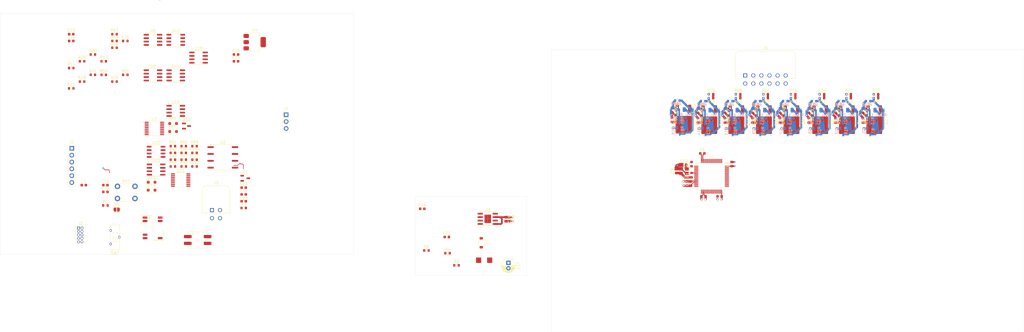
<source format=kicad_pcb>
(kicad_pcb (version 20241229) (generator "pcbnew") (generator_version "9.0")
  (layers (0 "F.Cu" signal) (4 "In1.Cu" signal) (6 "In2.Cu" signal) (2 "B.Cu" signal) (13 "F.Paste" user) (15 "B.Paste" user) (5 "F.SilkS" user "F.Silkscreen") (7 "B.SilkS" user "B.Silkscreen") (1 "F.Mask" user) (3 "B.Mask" user) (25 "Edge.Cuts" user))
  (net 0 "")
  (net 1 "GND")
  (net 2 "NRST")
  (net 3 "3V3")
  (net 4 "OSC_IN")
  (net 5 "Net-(C9-Pad1)")
  (net 6 "VCAP_2")
  (net 7 "VCAP_1")
  (net 8 "GND_CAN1")
  (net 9 "Net-(U2-VCC2)")
  (net 10 "3v3")
  (net 11 "Net-(D2-K)")
  (net 12 "Net-(U3-BOOT)")
  (net 13 "5V0")
  (net 14 "24V0")
  (net 15 "Net-(U3-FB)")
  (net 16 "5V")
  (net 17 "U_BAT_0")
  (net 18 "5V_ADC")
  (net 19 "CAN0+")
  (net 20 "CAN0-")
  (net 21 "Net-(D6-K)")
  (net 22 "Net-(D6-A)")
  (net 23 "Net-(D7-K)")
  (net 24 "Net-(D13-A)")
  (net 25 "Net-(D13-K)")
  (net 26 "Net-(D14-K)")
  (net 27 "DEBUG_SWD_IO")
  (net 28 "DEBUG_SWD_SWO")
  (net 29 "DEBUG_SWD_CLK")
  (net 30 "Net-(J2-Pin_1)")
  (net 31 "Net-(Q12-S)")
  (net 32 "SPI1_MISO")
  (net 33 "OSC_OUT")
  (net 34 "Net-(SW2-B)")
  (net 36 "Net-(U3-PG)")
  (net 37 "Net-(Q1-E)")
  (net 38 "Net-(Q1-B)")
  (net 39 "U_BAT_8")
  (net 40 "MPL_TEMP_0_3V3")
  (net 41 "Net-(J4-Pin_1)")
  (net 43 "MPL_VOLT_0_3V3")
  (net 45 "Net-(Q1-C)")
  (net 46 "Net-(Q2-S)")
  (net 47 "Net-(Q3-B)")
  (net 48 "U_BAT_7")
  (net 50 "Net-(U5-K)")
  (net 51 "MPL_VOLT_1_3V3")
  (net 52 "Net-(Q3-C)")
  (net 53 "MPL_VOLT_2_3V3")
  (net 54 "Net-(U5-REF)")
  (net 55 "Net-(Q4-S)")
  (net 56 "Net-(Q5-B)")
  (net 57 "U_BAT_6")
  (net 58 "Net-(U10-K)")
  (net 59 "Net-(U10-REF)")
  (net 60 "Net-(Q5-C)")
  (net 61 "U_MEASURE")
  (net 62 "Net-(Q6-S)")
  (net 63 "Net-(Q7-B)")
  (net 64 "U_BAT_5")
  (net 65 "Net-(U13-K)")
  (net 66 "Net-(U13-REF)")
  (net 67 "Net-(Q7-C)")
  (net 68 "Net-(Q8-S)")
  (net 69 "Net-(Q9-B)")
  (net 70 "SPI1_CS_2")
  (net 71 "Net-(U14-C1)")
  (net 72 "U_BAT_4")
  (net 73 "Net-(U14-C2)")
  (net 74 "SPI1_CS_1")
  (net 75 "Net-(U15-K)")
  (net 76 "Net-(U15-REF)")
  (net 77 "Net-(Q10-G)")
  (net 78 "Net-(Q10-S)")
  (net 79 "Net-(Q11-B)")
  (net 80 "Net-(U16-EN)")
  (net 81 "U_BAT_3")
  (net 82 "Net-(U17-K)")
  (net 83 "Net-(U17-REF)")
  (net 84 "SPI1_MISO_ADC")
  (net 85 "Net-(U16-C)")
  (net 86 "Net-(Q11-C)")
  (net 87 "Net-(Q13-S)")
  (net 88 "Net-(Q14-B)")
  (net 89 "U_BAT_2")
  (net 90 "Net-(U18-EN)")
  (net 91 "Net-(U19-K)")
  (net 92 "Net-(U19-REF)")
  (net 93 "Net-(Q14-C)")
  (net 94 "Net-(U18-C)")
  (net 95 "SPI1_SCK")
  (net 96 "U_BAT_1")
  (net 97 "Net-(Q16-B)")
  (net 98 "Net-(U20-K)")
  (net 99 "Net-(U20-REF)")
  (net 100 "Net-(Q16-C)")
  (net 101 "T_MEASURE")
  (net 102 "TERMO_0_IN")
  (net 103 "TERMO_1_IN")
  (net 104 "TERMO_2_IN")
  (net 105 "Net-(U23-C1)")
  (net 106 "MPL_TEMP_1_3V3")
  (net 107 "TERMO_3_IN")
  (net 108 "Net-(U23-C2)")
  (net 109 "MPL_TEMP_2_3V3")
  (net 110 "TERMO_4_IN")
  (net 111 "TERMO_5_IN")
  (net 112 "TERMO_6_IN")
  (net 113 "TERMO_7_IN")
  (net 122 "CAN1_STM32_RX")
  (net 150 "CAN1_STM32_TX")
  (net 151 "SPI1_MOSI")
  (net 155 "CAN0_ISO-")
  (net 156 "CAN0_ISO+")
  (net 157 "MPL_VOLT_0_5V")
  (net 158 "MPL_TEMP_0_5V")
  (net 159 "MPL_VOLT_1_5V")
  (net 160 "MPL_VOLT_2_5V")
  (net 161 "SPI1_CS_1_ADC")
  (net 162 "SPI1_SCK_ADC")
  (net 163 "SPI1_CS_2_ADC")
  (net 166 "TERMO_3_OUT")
  (net 167 "MPL_TEMP_2_5V")
  (net 168 "TERMO_1_OUT")
  (net 169 "TERMO_4_OUT")
  (net 170 "TERMO_2_OUT")
  (net 171 "MPL_TEMP_1_5V")
  (net 172 "TERMO_0_OUT")
  (net 173 "TERMO_7_OUT")
  (net 174 "TERMO_6_OUT")
  (net 175 "TERMO_5_OUT")
  (net 176 "Net-(U6-C1)")
  (net 177 "Net-(U6-C2)")
  (net 178 "Net-(U8-K)")
  (net 179 "Net-(U8-REF)")
  (net 182 "Net-(U9-C1)")
  (net 183 "Net-(U9-C2)")
  (net 184 "Net-(Q2-D)")
  (net 185 "Net-(Q4-D)")
  (net 186 "Net-(Q6-D)")
  (net 187 "Net-(Q8-D)")
  (net 188 "Net-(Q10-D)")
  (net 189 "Net-(Q13-D)")
  (net 190 "Net-(Q15-D)")
  (net 191 "Net-(Q17-D)")
  (footprint "Resistor_SMD:R_0603_1608Metric" (layer "F.Cu") (at -64.642 88.217)
    (property "Reference" "R99")
    (property "Value" "R")
  )
  (footprint "Crystal:Crystal_SMD_SeikoEpson_TSX3225-4Pin_3.2x2.5mm" (layer "F.Cu") (at 116.724 97.503 180)
    (property "Reference" "Y1")
    (property "Value" "Crystal")
  )
  (footprint "Capacitor_SMD:C_0603_1608Metric" (layer "F.Cu") (at 52.119 115.303 -90)
    (property "Reference" "C18")
    (property "Value" "10u")
  )
  (footprint "Package_SO:SOIC-8_3.9x4.9mm_P1.27mm" (layer "F.Cu") (at -71.602 75.147)
    (property "Reference" "U16")
    (property "Value" "HCPL-0600")
  )
  (footprint "Resistor_SMD:R_0603_1608Metric" (layer "F.Cu") (at -72.662 90.727)
    (property "Reference" "R92")
    (property "Value" "R")
  )
  (footprint "Resistor_SMD:R_0603_1608Metric" (layer "F.Cu") (at 157.2315 68.973)
    (property "Reference" "R45")
    (property "Value" "1m")
  )
  (footprint "Package_TO_SOT_SMD:SOT-23" (layer "F.Cu") (at -67.622 80.772)
    (property "Reference" "Q12")
    (property "Value" "BSS138")
  )
  (footprint "Resistor_SMD:R_0603_1608Metric" (layer "F.Cu") (at 172.9135 75.004 -90)
    (property "Reference" "R27")
    (property "Value" "10k")
  )
  (footprint "Resistor_SMD:R_0603_1608Metric" (layer "F.Cu") (at -72.662 95.747)
    (property "Reference" "R94")
    (property "Value" "R")
  )
  (footprint "Package_TO_SOT_SMD:TO-252-2" (layer "F.Cu") (at 167.2505 79.219 -90)
    (property "Reference" "Q6")
    (property "Value" "NMOS")
  )
  (footprint "Resistor_SMD:R_0603_1608Metric" (layer "F.Cu") (at 126.78 70.433 180)
    (property "Reference" "R75")
    (property "Value" "1m")
  )
  (footprint "Package_QFP:LQFP-64_10x10mm_P0.5mm" (layer "F.Cu") (at 126.984 99.4)
    (property "Reference" "U1")
    (property "Value" "STM32F405RGTx")
  )
  (footprint "Capacitor_SMD:C_0603_1608Metric" (layer "F.Cu") (at -46.422 108.627)
    (property "Reference" "C15")
    (property "Value" "100n")
  )
  (footprint "Resistor_SMD:R_0603_1608Metric" (layer "F.Cu") (at -46.422 111.137)
    (property "Reference" "R3")
    (property "Value" "120")
  )
  (footprint "Resistor_SMD:R_0603_1608Metric" (layer "F.Cu") (at 167.893 68.973)
    (property "Reference" "R34")
    (property "Value" "1m")
  )
  (footprint "Resistor_SMD:R_0603_1608Metric" (layer "F.Cu") (at -98.312 56.767)
    (property "Reference" "R52")
    (property "Value" "500")
  )
  (footprint "Resistor_SMD:R_0603_1608Metric" (layer "F.Cu") (at 121.9075 75.004 -90)
    (property "Reference" "R83")
    (property "Value" "10k")
  )
  (footprint "Package_SO:SOIC-8_3.9x4.9mm_P1.27mm" (layer "F.Cu") (at -78.892 96.897)
    (property "Reference" "U23")
    (property "Value" "HCPL-0630")
  )
  (footprint "Resistor_SMD:R_0603_1608Metric" (layer "F.Cu") (at -68.652 88.217)
    (property "Reference" "R95")
    (property "Value" "R")
  )
  (footprint "Connector_PinHeader_1.27mm:PinHeader_2x05_P1.27mm_Vertical" (layer "F.Cu") (at -107.634 118.592)
    (property "Reference" "J2")
    (property "Value" "BH1,27-10-G")
  )
  (footprint "Package_TO_SOT_SMD:TO-252-2" (layer "F.Cu") (at 187.2835 79.219 -90)
    (property "Reference" "Q2")
    (property "Value" "NMOS")
  )
  (footprint "Resistor_SMD:R_0603_1608Metric" (layer "F.Cu") (at -72.662 88.217)
    (property "Reference" "R91")
    (property "Value" "R")
  )
  (footprint "Resistor_SMD:R_0603_1608Metric" (layer "F.Cu") (at -97.672 110.197)
    (property "Reference" "R2")
    (property "Value" "10k")
  )
  (footprint "Package_SO:SOIC-8_3.9x4.9mm_P1.27mm" (layer "F.Cu") (at -71.602 61.987)
    (property "Reference" "U14")
    (property "Value" "HCPL-0630")
  )
  (footprint "Capacitor_SMD:C_0603_1608Metric" (layer "F.Cu") (at 123.552 90.908)
    (property "Reference" "C6")
    (property "Value" "100n")
  )
  (footprint "Resistor_SMD:R_0603_1608Metric" (layer "F.Cu") (at 142.106 78.698 -90)
    (property "Reference" "R56")
    (property "Value" "220k")
  )
  (footprint "Resistor_SMD:R_0603_1608Metric" (layer "F.Cu") (at 112.291 78.486875 -90)
    (property "Reference" "R88")
    (property "Value" "220k")
  )
  (footprint "Capacitor_SMD:C_0603_1608Metric" (layer "F.Cu") (at -105.692 102.667)
    (property "Reference" "C1")
    (property "Value" "100n")
  )
  (footprint "Resistor_SMD:R_0603_1608Metric" (layer "F.Cu") (at -110.342 66.807)
    (property "Reference" "R15")
    (property "Value" "500")
  )
  (footprint "Connector_Molex:Molex_Micro-Fit_3.0_43045-1200_2x06_P3.00mm_Horizontal" (layer "F.Cu") (at 139.449 62.022)
    (property "Reference" "J5")
    (property "Value" "430451200")
  )
  (footprint "Resistor_SMD:R_0603_1608Metric" (layer "F.Cu") (at 147.041 70.433 180)
    (property "Reference" "R51")
    (property "Value" "3m")
  )
  (footprint "Package_SO:SOIC-8_3.9x4.9mm_P1.27mm" (layer "F.Cu") (at -63.152 55.407)
    (property "Reference" "U18")
    (property "Value" "HCPL-0600")
  )
  (footprint "Capacitor_SMD:C_0603_1608Metric" (layer "F.Cu") (at -49.272 56.767)
    (property "Reference" "C21")
    (property "Value" "1u")
  )
  (footprint "Resistor_SMD:R_0603_1608Metric" (layer "F.Cu") (at -64.642 93.237)
    (property "Reference" "R101")
    (property "Value" "R")
  )
  (footprint "Package_TO_SOT_SMD:TO-252-2" (layer "F.Cu") (at 136.183 79.219 -90)
    (property "Reference" "Q13")
    (property "Value" "NMOS")
  )
  (footprint "Diode_SMD:D_SOD-323_HandSoldering" (layer "F.Cu") (at -72.587 82.797)
    (property "Reference" "D7")
    (property "Value" "BZX384xxxx")
  )
  (footprint "Resistor_SMD:R_0603_1608Metric" (layer "F.Cu") (at 167.893 70.433 180)
    (property "Reference" "R31")
    (property "Value" "5m")
  )
  (footprint "Capacitor_SMD:C_0603_1608Metric" (layer "F.Cu") (at 113.894 97.39 90)
    (property "Reference" "C9")
    (property "Value" "14p")
  )
  (footprint "Package_TO_SOT_SMD:SOT-223-3_TabPin2" (layer "F.Cu") (at -42.342 49.672)
    (property "Reference" "U4")
    (property "Value" "LDL1117S33R")
  )
  (footprint "user:B0505MT" (layer "F.Cu") (at -80.174 118.51)
    (property "Reference" "U11")
    (property "Value" "B0505MT")
  )
  (footprint "Package_SO:SO-8_3.9x4.9mm_P1.27mm" (layer "F.Cu") (at -78.892 90.317)
    (property "Reference" "U22")
    (property "Value" "MCP3201")
  )
  (footprint "Capacitor_SMD:C_0603_1608Metric" (layer "F.Cu") (at 119.353 102.099 90)
    (property "Reference" "C7")
    (property "Value" "1u")
  )
  (footprint "Resistor_SMD:R_0603_1608Metric" (layer "F.Cu") (at 147.041 68.973)
    (property "Reference" "R57")
    (property "Value" "1m")
  )
  (footprint "Package_SO:SOP-8_6.62x9.15mm_P2.54mm" (layer "F.Cu") (at -54.162 92.387)
    (property "Reference" "U2")
    (property "Value" "ISO1050DUB")
  )
  (footprint "Diode_SMD:D_SOD-323_HandSoldering" (layer "F.Cu") (at -80.547 101.597)
    (property "Reference" "D13")
    (property "Value" "BZX384xxxx")
  )
  (footprint "user:CTSFW7050F" (layer "F.Cu") (at 42.7 130.489 180)
    (property "Reference" "L2")
    (property "Value" "8u5")
  )
  (footprint "Resistor_SMD:R_0603_1608Metric" (layer "F.Cu") (at -64.642 95.747)
    (property "Reference" "R102")
    (property "Value" "R")
  )
  (footprint "Resistor_SMD:R_0603_1608Metric" (layer "F.Cu") (at -102.322 61.787)
    (property "Reference" "R41")
    (property "Value" "R")
  )
  (footprint "Capacitor_SMD:C_0603_1608Metric" (layer "F.Cu") (at 123.986 106.83 180)
    (property "Reference" "C3")
    (property "Value" "100n")
  )
  (footprint "Resistor_SMD:R_0603_1608Metric" (layer "F.Cu") (at 131.8905 78.698 -90)
    (property "Reference" "R69")
    (property "Value" "220k")
  )
  (footprint "Resistor_SMD:R_0603_1608Metric" (layer "F.Cu") (at 183.0535 75.004 -90)
    (property "Reference" "R17")
    (property "Value" "10k")
  )
  (footprint "Resistor_SMD:R_0603_1608Metric" (layer "F.Cu") (at -98.312 61.787)
    (property "Reference" "R55")
    (property "Value" "500")
  )
  (footprint "Resistor_SMD:R_0603_1608Metric" (layer "F.Cu") (at 142.1685 75.004 -90)
    (property "Reference" "R59")
    (property "Value" "10k")
  )
  (footprint "Resistor_SMD:R_0603_1608Metric" (layer "F.Cu") (at 32.454 132.388)
    (property "Reference" "R5")
    (property "Value" "4k7")
  )
  (footprint "Capacitor_SMD:C_0603_1608Metric" (layer "F.Cu") (at 129.959 106.83 180)
    (property "Reference" "C4")
    (property "Value" "100n")
  )
  (footprint "Resistor_SMD:R_0603_1608Metric" (layer "F.Cu") (at -106.332 64.297)
    (property "Reference" "R28")
    (property "Value" "500")
  )
  (footprint "Resistor_SMD:R_0603_1608Metric" (layer "F.Cu") (at 187.926 70.433 180)
    (property "Reference" "R9")
    (property "Value" "7m")
  )
  (footprint "Connector_PinHeader_2.54mm:PinHeader_1x03_P2.54mm_Vertical" (layer "F.Cu") (at -30.692 76.592)
    (property "Reference" "J4")
    (property "Value" "Conn_01x03")
  )
  (footprint "Package_SO:SO-8_3.9x4.9mm_P1.27mm" (layer "F.Cu") (at -71.602 48.827)
    (property "Reference" "U12")
    (property "Value" "MCP3201")
  )
  (footprint "Resistor_SMD:R_0603_1608Metric" (layer "F.Cu") (at -64.642 90.727)
    (property "Reference" "R100")
    (property "Value" "R")
  )
  (footprint "Package_TO_SOT_SMD:TO-252-2" (layer "F.Cu") (at 156.589 79.219 -90)
    (property "Reference" "Q8")
    (property "Value" "NMOS")
  )
  (footprint "Capacitor_SMD:C_0603_1608Metric" (layer "F.Cu") (at -49.272 54.257)
    (property "Reference" "C20")
    (property "Value" "4u7")
  )
  (footprint "Resistor_SMD:R_0603_1608Metric" (layer "F.Cu") (at -68.652 90.727)
    (property "Reference" "R96")
    (property "Value" "500")
  )
  (footprint "Resistor_SMD:R_0603_1608Metric" (layer "F.Cu") (at 152.359 75.004 -90)
    (property "Reference" "R48")
    (property "Value" "10k")
  )
  (footprint "Resistor_SMD:R_0603_1608Metric" (layer "F.Cu") (at 119.554 98.975 90)
    (property "Reference" "R1")
    (property "Value" "0")
  )
  (footprint "Resistor_SMD:R_0603_1608Metric" (layer "F.Cu") (at 172.851 78.698 -90)
    (property "Reference" "R24")
    (property "Value" "220k")
  )
  (footprint "Resistor_SMD:R_0603_1608Metric" (layer "F.Cu") (at 177.786 70.433 180)
    (property "Reference" "R20")
    (property "Value" "6m")
  )
  (footprint "Capacitor_SMD:C_0603_1608Metric" (layer "F.Cu") (at -110.342 46.727)
    (property "Reference" "C23")
    (property "Value" "4u7")
  )
  (footprint "Resistor_SMD:R_0603_1608Metric" (layer "F.Cu") (at -68.652 95.747)
    (property "Reference" "R98")
    (property "Value" "500")
  )
  (footprint "Package_SO:SOIC-8_3.9x4.9mm_P1.27mm" (layer "F.Cu") (at -80.052 61.987)
    (property "Reference" "U9")
    (property "Value" "HCPL-0630")
  )
  (footprint "Resistor_SMD:R_0603_1608Metric" (layer "F.Cu") (at 126.78 68.973)
    (property "Reference" "R79")
    (property "Value" "1m")
  )
  (footprint "Capacitor_SMD:C_0603_1608Metric" (layer "F.Cu") (at -97.672 105.177)
    (property "Reference" "C12")
    (property "Value" "2u2")
  )
  (footprint "Capacitor_SMD:C_0603_1608Metric" (layer "F.Cu") (at 50.659 115.303 -90)
    (property "Reference" "C19")
    (property "Value" "100n")
  )
  (footprint "Diode_SMD:D_SOD-323_HandSoldering" (layer "F.Cu") (at -72.587 79.847)
    (property "Reference" "D6")
    (property "Value" "BZX384xxxx")
  )
  (footprint "Resistor_SMD:R_0603_1608Metric" (layer "F.Cu") (at -94.302 64.297)
    (property "Reference" "R70")
    (property "Value" "500")
  )
  (footprint "Package_TO_SOT_SMD:TO-252-2" (layer "F.Cu") (at 116.5835 79.007875 -90)
    (property "Reference" "Q17")
    (property "Value" "NMOS")
  )
  (footprint "Capacitor_SMD:C_0603_1608Metric" (layer "F.Cu") (at 117.893 102.099 90)
    (property "Reference" "C8")
    (property "Value" "100n")
  )
  (footprint "Resistor_SMD:R_0603_1608Metric" (layer "F.Cu") (at -102.322 54.257)
    (property "Reference" "R38")
    (property "Value" "R")
  )
  (footprint "Button_Switch_THT:SW_PUSH_6mm_H5mm" (layer "F.Cu") (at -93.21 103.123)
    (property "Reference" "SW1")
    (property "Value" "B3F1060")
  )
  (footprint "Resistor_SMD:R_0603_1608Metric" (layer "F.Cu") (at 29.129 127.888)
    (property "Reference" "R4")
    (property "Value" "47k")
  )
  (footprint "Resistor_SMD:R_0603_1608Metric" (layer "F.Cu") (at -94.302 49.237)
    (property "Reference" "R63")
    (property "Value" "10k")
  )
  (footprint "Package_SO:TI_SO-PowerPAD-8" (layer "F.Cu") (at 44.0265 115.163)
    (property "Reference" "U3")
    (property "Value" "ST1S14PHR")
  )
  (footprint "Capacitor_SMD:C_0603_1608Metric" (layer "F.Cu") (at 116.747 95.073)
    (property "Reference" "C10")
    (property "Value" "14p")
  )
  (footprint "Package_TO_SOT_SMD:SOT-23-3" (layer "F.Cu") (at -45.852 100.132)
    (property "Reference" "D1")
    (property "Value" "PESD1CAN")
  )
  (footprint "Package_SO:TSSOP-16_4.4x5mm_P0.65mm" (layer "F.Cu") (at -79.527 81.667)
    (property "Reference" "U7")
    (property "Value" "74HC4051")
  )
  (footprint "Resistor_SMD:R_0603_1608Metric" (layer "F.Cu") (at 182.991 78.698 -90)
    (property "Reference" "R13")
    (property "Value" "220k")
  )
  (footprint "Capacitor_THT:CP_Radial_D5.0mm_P2.00mm" (layer "F.Cu") (at 51.7 131.489 -90)
    (property "Reference" "C17")
    (property "Value" "100u")
  )
  (footprint "Capacitor_SMD:C_0603_1608Metric" (layer "F.Cu") (at 119.554 94.875 90)
    (property "Reference" "C2")
    (property "Value" "4u7")
  )
  (footprint "Connector_Molex:Molex_Micro-Fit_3.0_43045-0400_2x02_P3.00mm_Horizontal" (layer "F.Cu") (at -58.186 111.926)
    (property "Reference" "J3")
    (property "Value" "430450400")
  )
  (footprint "Package_TO_SOT_SMD:TO-252-2" (layer "F.Cu") (at 177.1435 79.219 -90)
    (property "Reference" "Q4")
    (property "Value" "NMOS")
  )
  (footprint "Resistor_SMD:R_0603_1608Metric" (layer "F.Cu") (at 21.304 126.888)
    (property "Reference" "R6")
    (property "Value" "2k7")
  )
  (footprint "Diode_SMD:D_SOD-323_HandSoldering" (layer "F.Cu") (at -80.547 104.547)
    (property "Reference" "D14")
    (property "Value" "BZX384xxxx")
  )
  (footprint "Resistor_SMD:R_0603_1608Metric" (layer "F.Cu") (at 131.953 75.004 -90)
    (property "Reference" "R72")
    (property "Value" "10k")
  )
  (footprint "Capacitor_SMD:C_0603_1608Metric" (layer "F.Cu") (at -97.672 102.667)
    (property "Reference" "C11")
    (property "Value" "2u2")
  )
  (footprint "Capacitor_SMD:C_0603_1608Metric" (layer "F.Cu") (at 134.414 94.875 90)
    (property "Reference" "C5")
    (property "Value" "100n")
  )
  (footprint "Resistor_SMD:R_0603_1608Metric" (layer "F.Cu") (at 112.3535 74.792875 -90)
    (property "Reference" "R90")
    (property "Value" "10k")
  )
  (footprint "Resistor_SMD:R_0603_1608Metric" (layer "F.Cu") (at 187.926 68.973)
    (property "Reference" "R12")
    (property "Value" "1m")
  )
  (footprint "Package_TO_SOT_SMD:TO-252-2" (layer "F.Cu") (at 146.3985 79.219 -90)
    (property "Reference" "Q10")
    (property "Value" "NMOS")
  )
  (footprint "Resistor_SMD:R_0603_1608Metric" (layer "F.Cu") (at -106.332 56.767)
    (property "Reference" "R25")
    (property "Value" "500")
  )
  (footprint "Resistor_SMD:R_0603_1608Metric" (layer "F.Cu") (at -94.302 46.727)
    (property "Reference" "R62")
    (property "Value" "10k")
  )
  (footprint "Capacitor_SMD:C_0603_1608Metric" (layer "F.Cu") (at 19.759225 111.438)
    (property "Reference" "C16")
    (property "Value" "100n")
  )
  (footprint "Capacitor_SMD:C_0603_1608Metric" (layer "F.Cu") (at -46.422 106.117)
    (property "Reference" "C14")
    (property "Value" "1u")
  )
  (footprint "user:B82790C0513N201" (layer "F.Cu") (at -63.477 122.993)
    (property "Reference" "L1")
    (property "Value" "Дросель EMC")
  )
  (footprint "Resistor_SMD:R_0603_1608Metric" (layer "F.Cu") (at 163.0205 75.004 -90)
    (property "Reference" "R37")
    (property "Value" "10k")
  )
  (footprint "Resistor_SMD:R_0603_1608Metric" (layer "F.Cu") (at 121.845 78.698 -90)
    (property "Reference" "R80")
    (property "Value" "220k")
  )
  (footprint "Resistor_SMD:R_0603_1608Metric" (layer "F.Cu") (at 177.786 68.973)
    (property "Reference" "R23")
    (property "Value" "1m")
  )
  (footprint "Resistor_SMD:R_0603_1608Metric" (layer "F.Cu") (at 136.8255 70.433 180)
    (property "Reference" "R65")
    (property "Value" "2m")
  )
  (footprint "Jumper:SolderJumper-2_P1.3mm_Open_RoundedPad1.0x1.5mm" (layer "F.Cu") (at -93.492 111.737)
    (property "Reference" "JP1")
    (property "Value" "SolderJumper2")
  )
  (footprint "Resistor_SMD:R_0603_1608Metric" (layer "F.Cu") (at 162.958 78.698 -90)
    (property "Reference" "R35")
    (property "Value" "220k")
  )
  (footprint "Resistor_SMD:R_0603_1608Metric" (layer "F.Cu") (at 157.2315 70.433 180)
    (property "Reference" "R42")
    (property "Value" "4m")
  )
  (footprint "Capacitor_SMD:C_0603_1608Metric" (layer "F.Cu") (at 28.854 121.888)
    (property "Reference" "C22")
    (property "Value" "C")
  )
  (footprint "Resistor_SMD:R_0603_1608Metric" (layer "F.Cu") (at -68.652 93.237)
    (property "Reference" "R97")
    (property "Value" "R")
  )
  (footprint "Resistor_SMD:R_0603_1608Metric" (layer "F.Cu") (at -110.342 59.277)
    (property "Reference" "R14")
    (property "Value" "500")
  )
  (footprint "Package_SO:SOIC-8_3.9x4.9mm_P1.27mm" (layer "F.Cu") (at -80.052 48.827)
    (property "Reference" "U6")
    (property "Value" "HCPL-0630")
  )
  (footprint "Resistor_SMD:R_0603_1608Metric" (layer "F.Cu") (at 136.8255 68.973)
    (property "Reference" "R68")
    (property "Value" "1m")
  )
  (footprint "Package_TO_SOT_SMD:TO-252-2" (layer "F.Cu") (at 126.1375 79.219 -90)
    (property "Reference" "Q15")
    (property "Value" "NMOS")
  )
  (footprint "Resistor_SMD:R_0603_1608Metric" (layer "F.Cu") (at -94.302 51.747)
    (property "Reference" "R64")
    (property "Value" "10k")
  )
  (footprint "Resistor_SMD:R_0603_1608Metric" (layer "F.Cu") (at -72.662 93.237)
    (property "Reference" "R93")
    (property "Value" "R")
  )
  (footprint "Capacitor_SMD:C_0603_1608Metric" (layer "F.Cu") (at -110.342 49.237)
    (property "Reference" "C24")
    (property "Value" "10u")
  )
  (footprint "Package_SO:TSSOP-16_4.4x5mm_P0.65mm" (layer "F.Cu") (at -69.7995 100.784)
    (property "Reference" "U21")
    (property "Value" "74HC4051")
  )
  (footprint "Capacitor_SMD:C_0603_1608Metric" (layer "F.Cu") (at -46.422 103.607)
    (property "Reference" "C13")
    (property "Value" "100n")
  )
  (footprint "Resistor_SMD:R_0603_1608Metric" (layer "F.Cu") (at 152.2965 78.698 -90)
    (property "Reference" "R46")
    (property "Value" "220k")
  )
  (footprint "Resistor_SMD:R_0603_1608Metric" (layer "F.Cu") (at -90.292 49.237)
    (property "Reference" "R76")
    (property "Value" "10k")
  )
  (footprint "Connector_PinHeader_2.54mm:PinHeader_1x06_P2.54mm_Vertical" (layer "F.Cu") (at -110.144 89.023)
    (property "Reference" "J1")
    (property "Value" "PLS-6")
  )
  (footprint "user:MSS-12D16" (layer "F.Cu") (at -94.114 121.96)
    (property "Reference" "SW2")
    (property "Value" "MSS-12D16")
  )
  (footprint "Resistor_SMD:R_0603_1608Metric" (layer "F.Cu") (at -90.292 61.787)
    (property "Reference" "R81")
    (property "Value" "500")
  )
  (footprint "Diode_SMD:D_SOD-123" (layer "F.Cu") (at 41.629 124.038 -90)
    (property "Reference" "D2")
    (property "Value" "BAV16W")
  )
  (footprint "Resistor_SMD:R_0603_1608Metric" (layer "B.Cu") (at 147.421 82.4525 -90)
    (property "Reference" "R49")
    (property "Value" "180")
  )
  (footprint "Resistor_SMD:R_0603_1608Metric" (layer "B.Cu") (at 153.484 74.179 180)
    (property "Reference" "R47")
    (property "Value" "12k")
  )
  (footprint "Resistor_SMD:R_0603_1608Metric" (layer "B.Cu") (at 168.098 78.824 -90)
    (property "Reference" "R32")
    (property "Value" "150")
  )
  (footprint "Resistor_SMD:R_0603_1608Metric" (layer "B.Cu") (at 137.2055 82.4525 -90)
    (property "Reference" "R60")
    (property "Value" "180")
  )
  (footprint "Resistor_SMD:R_0603_1608Metric" (layer "B.Cu") (at 177.991 78.824 -90)
    (property "Reference" "R21")
    (property "Value" "150")
  )
  (footprint "Resistor_SMD:R_0603_1608Metric" (layer "B.Cu") (at 188.306 82.4525 -90)
    (property "Reference" "R7")
    (property "Value" "180")
  )
  (footprint "Resistor_SMD:R_0603_1608Metric" (layer "B.Cu") (at 164.1455 74.179 180)
    (property "Reference" "R36")
    (property "Value" "12k")
  )
  (footprint "Resistor_SMD:R_0603_1608Metric" (layer "B.Cu") (at 157.6115 82.4525 -90)
    (property "Reference" "R39")
    (property "Value" "180")
  )
  (footprint "Resistor_SMD:R_0603_1608Metric" (layer "B.Cu") (at 117.431 78.612875 -90)
    (property "Reference" "R86")
    (property "Value" "150")
  )
  (footprint "Resistor_SMD:R_1206_3216Metric" (layer "B.Cu") (at 158.3225 74.871)
    (property "Reference" "R_bal_4")
    (property "Value" "10")
  )
  (footprint "Resistor_SMD:R_0603_1608Metric" (layer "B.Cu") (at 147.246 78.824 -90)
    (property "Reference" "R53")
    (property "Value" "150")
  )
  (footprint "Resistor_SMD:R_0603_1608Metric" (layer "B.Cu") (at 154.309 71.537)
    (property "Reference" "R44")
    (property "Value" "8.2k")
  )
  (footprint "Resistor_SMD:R_1206_3216Metric" (layer "B.Cu") (at 168.984 74.871)
    (property "Reference" "R_bal_3")
    (property "Value" "10")
  )
  (footprint "Resistor_SMD:R_1206_3216Metric" (layer "B.Cu") (at 189.017 74.871)
    (property "Reference" "R_bal_1")
    (property "Value" "10")
  )
  (footprint "Resistor_SMD:R_0603_1608Metric" (layer "B.Cu") (at 133.903 71.537)
    (property "Reference" "R67")
    (property "Value" "8.2k")
  )
  (footprint "Resistor_SMD:R_0603_1608Metric" (layer "B.Cu") (at 133.078 74.179 180)
    (property "Reference" "R71")
    (property "Value" "12k")
  )
  (footprint "Resistor_SMD:R_1206_3216Metric" (layer "B.Cu") (at 118.317 74.659875)
    (property "Reference" "R_bal_8")
    (property "Value" "10")
  )
  (footprint "Package_TO_SOT_SMD:SOT-23-3" (layer "B.Cu") (at 144.991 82.765 -90)
    (property "Reference" "Q9")
    (property "Value" "PNP")
  )
  (footprint "Package_TO_SOT_SMD:SOT-23" (layer "B.Cu") (at 134.6005 78.795 -90)
    (property "Reference" "U17")
    (property "Value" "TL432DBZ")
  )
  (footprint "Package_TO_SOT_SMD:SOT-23-3" (layer "B.Cu") (at 134.7755 82.765 -90)
    (property "Reference" "Q11")
    (property "Value" "PNP")
  )
  (footprint "Resistor_SMD:R_0603_1608Metric" (layer "B.Cu") (at 157.4365 78.824 -90)
    (property "Reference" "R43")
    (property "Value" "150")
  )
  (footprint "Package_TO_SOT_SMD:SOT-23" (layer "B.Cu") (at 115.001 78.583875 -90)
    (property "Reference" "U20")
    (property "Value" "TL432DBZ")
  )
  (footprint "Resistor_SMD:R_0603_1608Metric" (layer "B.Cu") (at 164.9705 71.537)
    (property "Reference" "R33")
    (property "Value" "8.2k")
  )
  (footprint "Package_TO_SOT_SMD:SOT-23-3" (layer "B.Cu") (at 185.7885 82.765 -90)
    (property "Reference" "Q1")
    (property "Value" "PNP")
  )
  (footprint "Resistor_SMD:R_0603_1608Metric" (layer "B.Cu") (at 174.8635 71.537)
    (property "Reference" "R22")
    (property "Value" "8.2k")
  )
  (footprint "Resistor_SMD:R_0603_1608Metric" (layer "B.Cu") (at 127.16 82.4525 -90)
    (property "Reference" "R73")
    (property "Value" "180")
  )
  (footprint "Resistor_SMD:R_0603_1608Metric" (layer "B.Cu") (at 113.4785 73.967875 180)
    (property "Reference" "R89")
    (property "Value" "12k")
  )
  (footprint "Package_TO_SOT_SMD:SOT-23" (layer "B.Cu") (at 175.4735 78.795 -90)
    (property "Reference" "U8")
    (property "Value" "TL432DBZ")
  )
  (footprint "Resistor_SMD:R_0603_1608Metric" (layer "B.Cu") (at 123.8575 71.537)
    (property "Reference" "R78")
    (property "Value" "8.2k")
  )
  (footprint "Package_TO_SOT_SMD:SOT-23" (layer "B.Cu") (at 124.555 78.795 -90)
    (property "Reference" "U19")
    (property "Value" "TL432DBZ")
  )
  (footprint "Resistor_SMD:R_0603_1608Metric" (layer "B.Cu") (at 188.131 78.824 -90)
    (property "Reference" "R10")
    (property "Value" "150")
  )
  (footprint "Package_TO_SOT_SMD:SOT-23" (layer "B.Cu") (at 165.668 78.795 -90)
    (property "Reference" "U10")
    (property "Value" "TL432DBZ")
  )
  (footprint "Package_TO_SOT_SMD:SOT-23-3" (layer "B.Cu") (at 124.73 82.765 -90)
    (property "Reference" "Q14")
    (property "Value" "PNP")
  )
  (footprint "Resistor_SMD:R_0603_1608Metric" (layer "B.Cu") (at 168.273 82.4525 -90)
    (property "Reference" "R29")
    (property "Value" "180")
  )
  (footprint "Resistor_SMD:R_0603_1608Metric" (layer "B.Cu") (at 178.166 82.4525 -90)
    (property "Reference" "R18")
    (property "Value" "180")
  )
  (footprint "Resistor_SMD:R_0603_1608Metric" (layer "B.Cu") (at 185.0035 71.537)
    (property "Reference" "R11")
    (property "Value" "8.2k")
  )
  (footprint "Package_TO_SOT_SMD:SOT-23-3" (layer "B.Cu") (at 155.1815 82.765 -90)
    (property "Reference" "Q7")
    (property "Value" "PNP")
  )
  (footprint "Resistor_SMD:R_0603_1608Metric" (layer "B.Cu") (at 126.985 78.824 -90)
    (property "Reference" "R77")
    (property "Value" "150")
  )
  (footprint "Package_TO_SOT_SMD:SOT-23" (layer "B.Cu") (at 144.816 78.795 -90)
    (property "Reference" "U15")
    (property "Value" "TL432DBZ")
  )
  (footprint "Resistor_SMD:R_1206_3216Metric" (layer "B.Cu") (at 137.9165 74.871)
    (property "Reference" "R_bal_6")
    (property "Value" "10")
  )
  (footprint "Package_TO_SOT_SMD:SOT-23" (layer "B.Cu") (at 185.6135 78.795 -90)
    (property "Reference" "U5")
    (property "Value" "TL432DBZ")
  )
  (footprint "Resistor_SMD:R_0603_1608Metric" (layer "B.Cu") (at 184.1785 74.179 180)
    (property "Reference" "R16")
    (property "Value" "12k")
  )
  (footprint "Package_TO_SOT_SMD:SOT-23-3" (layer "B.Cu") (at 175.736 82.765 -90)
    (property "Reference" "Q3")
    (property "Value" "PNP")
  )
  (footprint "Resistor_SMD:R_1206_3216Metric" (layer "B.Cu") (at 148.132 74.871)
    (property "Reference" "R_bal_5")
    (property "Value" "10")
  )
  (footprint "Resistor_SMD:R_0603_1608Metric" (layer "B.Cu") (at 114.3035 71.325875)
    (property "Reference" "R87")
    (property "Value" "8.2k")
  )
  (footprint "Resistor_SMD:R_0603_1608Metric" (layer "B.Cu") (at 123.0325 74.179 180)
    (property "Reference" "R82")
    (property "Value" "12k")
  )
  (footprint "Package_TO_SOT_SMD:SOT-23-3" (layer "B.Cu") (at 165.843 82.765 -90)
    (property "Reference" "Q5")
    (property "Value" "PNP")
  )
  (footprint "Resistor_SMD:R_0603_1608Metric" (layer "B.Cu") (at 117.606 82.241375 -90)
    (property "Reference" "R84")
    (property "Value" "180")
  )
  (footprint "Package_TO_SOT_SMD:SOT-23-3" (layer "B.Cu") (at 115.176 82.553875 -90)
    (property "Reference" "Q16")
    (property "Value" "PNP")
  )
  (footprint "Package_TO_SOT_SMD:SOT-23" (layer "B.Cu") (at 155.0065 78.795 -90)
    (property "Reference" "U13")
    (property "Value" "TL432DBZ")
  )
  (footprint "Resistor_SMD:R_1206_3216Metric" (layer "B.Cu") (at 178.877 74.871)
    (property "Reference" "R_bal_2")
    (property "Value" "10")
  )
  (footprint "Resistor_SMD:R_0603_1608Metric" (layer "B.Cu") (at 174.0385 74.179 180)
    (property "Reference" "R26")
    (property "Value" "12k")
  )
  (footprint "Resistor_SMD:R_0603_1608Metric" (layer "B.Cu") (at 144.1185 71.537)
    (property "Reference" "R54")
    (property "Value" "8.2k")
  )
  (footprint "Resistor_SMD:R_1206_3216Metric" (layer "B.Cu") (at 127.871 74.871)
    (property "Reference" "R_bal_7")
    (property "Value" "10")
  )
  (footprint "Resistor_SMD:R_0603_1608Metric" (layer "B.Cu") (at 137.0305 78.824 -90)
    (property "Reference" "R66")
    (property "Value" "150")
  )
  (footprint "Resistor_SMD:R_0603_1608Metric" (layer "B.Cu") (at 143.2935 74.179 180)
    (property "Reference" "R58")
    (property "Value" "12k")
  )
  (gr_curve (pts (xy -77.493 34.155) (xy -77.493 34.155) (xy -77.493 34.155) (xy -77.493 34.155)) (stroke (width 0.2)) (layer "F.Cu"))
  (gr_rect (start 17.063 106.749) (end 58.48 136.0595) (stroke (width 0.05)) (fill no) (layer "Edge.Cuts"))
  (gr_rect (start -136.72 38.975) (end -5.571 128.324) (stroke (width 0.05)) (fill no) (layer "Edge.Cuts"))
  (gr_rect (start 67.7045 52.408) (end 242.7795 157.118) (stroke (width 0.05)) (fill no) (layer "Edge.Cuts"))
  (segment (start -46.514 95.19) (end -46.514 96.665) (width 0.2) (layer "F.Cu") (net 0))
  (segment (start -46.837 94.867) (end -46.514 95.19) (width 0.2) (layer "F.Cu") (net 0))
  (segment (start -47.739 94.56) (end -47.432 94.867) (width 0.2) (layer "F.Cu") (net 0))
  (segment (start -48.615 95.342) (end -47.833 94.56) (width 0.2) (layer "F.Cu") (net 0))
  (segment (start -50.157 95.342) (end -48.615 95.342) (width 0.2) (layer "F.Cu") (net 0))
  (segment (start -47.833 94.56) (end -47.739 94.56) (width 0.2) (layer "F.Cu") (net 0))
  (segment (start -47.432 94.867) (end -46.837 94.867) (width 0.2) (layer "F.Cu") (net 0))
  (segment (start 50.659 116.078) (end 52.119 116.078) (width 0.9) (layer "F.Cu") (net 1))
  (segment (start 124.327 90.957) (end 124.327 90.908) (width 0.3) (layer "F.Cu") (net 1))
  (segment (start 123.734 91.55) (end 124.327 90.957) (width 0.3) (layer "F.Cu") (net 1))
  (segment (start 123.734 106.307) (end 123.211 106.83) (width 0.3) (layer "F.Cu") (net 1))
  (segment (start 117.481 98.303) (end 117.824 98.303) (width 0.4) (layer "F.Cu") (net 1))
  (segment (start 117.893 101.324) (end 119.353 101.324) (width 0.9) (layer "F.Cu") (net 1))
  (segment (start 123.734 105.075) (end 123.734 106.307) (width 0.3) (layer "F.Cu") (net 1))
  (segment (start 119.527 101.15) (end 119.353 101.324) (width 0.3) (layer "F.Cu") (net 1))
  (segment (start 115.624 96.703) (end 115.881 96.703) (width 0.4) (layer "F.Cu") (net 1))
  (segment (start 119.294 94.103) (end 119.291 94.1) (width 0.3) (layer "F.Cu") (net 1))
  (segment (start 121.309 101.15) (end 119.527 101.15) (width 0.3) (layer "F.Cu") (net 1))
  (segment (start 116.635 101.324) (end 117.893 101.324) (width 0.8) (layer "F.Cu") (net 1))
  (segment (start 123.211 107.891) (end 123.211 106.83) (width 0.8) (layer "F.Cu") (net 1))
  (segment (start 115.881 96.703) (end 117.481 98.303) (width 0.4) (layer "F.Cu") (net 1))
  (segment (start 52.119 116.078) (end 53.229 116.078) (width 0.6) (layer "F.Cu") (net 1))
  (segment (start 134.414 94.1) (end 135.521 94.1) (width 0.6) (layer "F.Cu") (net 1))
  (segment (start 123.734 93.725) (end 123.734 91.55) (width 0.3) (layer "F.Cu") (net 1))
  (via (at 135.521 94.1) (size 0.6) (drill 0.3) (layers "F.Cu" "B.Cu") (net 1))
  (via (at 53.229 116.078) (size 0.6) (drill 0.3) (layers "F.Cu" "B.Cu") (net 1))
  (via (at 129.184 107.864) (size 0.8) (drill 0.4) (layers "F.Cu" "B.Cu") (net 1))
  (via (at 114.329 95.388) (size 0.6) (drill 0.3) (layers "F.Cu" "B.Cu") (net 1))
  (via (at 123.211 107.891) (size 0.8) (drill 0.4) (layers "F.Cu" "B.Cu") (net 1))
  (via (at 116.635 101.324) (size 0.8) (drill 0.4) (layers "F.Cu" "B.Cu") (net 1))
  (segment (start -96.460176 96.994) (end -96.242 97.212176) (width 0.2) (layer "F.Cu") (net 3))
  (segment (start 117.893 102.874) (end 119.353 102.874) (width 0.9) (layer "F.Cu") (net 3))
  (segment (start 124.234 106.303) (end 124.761 106.83) (width 0.3) (layer "F.Cu") (net 3))
  (segment (start 119.353 102.619822) (end 119.353 102.874) (width 0.3) (layer "F.Cu") (net 3))
  (segment (start 132.659 95.65) (end 134.414 95.65) (width 0.3) (layer "F.Cu") (net 3))
  (segment (start 116.635 102.874) (end 117.893 102.874) (width 0.8) (layer "F.Cu") (net 3))
  (segment (start -97.460176 96.994) (end -97.443 97.011176) (width 0.2) (layer "F.Cu") (net 3))
  (segment (start 124.234 105.075) (end 124.234 106.303) (width 0.3) (layer "F.Cu") (net 3))
  (segment (start 123.234 93.725) (end 123.234 91.365) (width 0.3) (layer "F.Cu") (net 3))
  (segment (start -97.865 96.994) (end -97.460176 96.994) (width 0.2) (layer "F.Cu") (net 3))
  (segment (start 134.414 95.65) (end 135.521 95.65) (width 0.6) (layer "F.Cu") (net 3))
  (segment (start 123.234 91.365) (end 122.777 90.908) (width 0.3) (layer "F.Cu") (net 3))
  (segment (start -97.425824 96.994) (end -96.960176 96.994) (width 0.2) (layer "F.Cu") (net 3))
  (segment (start 120.322822 101.65) (end 119.353 102.619822) (width 0.3) (layer "F.Cu") (net 3))
  (segment (start 130.734 106.83) (end 130.734 107.864) (width 0.6) (layer "F.Cu") (net 3))
  (segment (start 130.734 105.075) (end 130.734 106.83) (width 0.3) (layer "F.Cu") (net 3))
  (segment (start -96.925824 96.994) (end -96.460176 96.994) (width 0.2) (layer "F.Cu") (net 3))
  (segment (start -96.943 97.011176) (end -96.925824 96.994) (width 0.2) (layer "F.Cu") (net 3))
  (segment (start -96.242 98.07) (end -96.193 98.07) (width 0.2) (layer "F.Cu") (net 3))
  (segment (start 124.761 107.898) (end 124.761 106.83) (width 0.8) (layer "F.Cu") (net 3))
  (segment (start -97.443 97.011176) (end -97.425824 96.994) (width 0.2) (layer "F.Cu") (net 3))
  (segment (start 121.309 101.65) (end 120.322822 101.65) (width 0.3) (layer "F.Cu") (net 3))
  (segment (start -96.960176 96.994) (end -96.943 97.011176) (width 0.2) (layer "F.Cu") (net 3))
  (segment (start -98.452 96.407) (end -97.865 96.994) (width 0.2) (layer "F.Cu") (net 3))
  (segment (start -96.242 97.212176) (end -96.242 98.07) (width 0.2) (layer "F.Cu") (net 3))
  (via (at -98.452 96.407) (size 0.6) (drill 0.3) (layers "F.Cu" "B.Cu") (net 3))
  (via (at 116.635 102.874) (size 0.8) (drill 0.4) (layers "F.Cu" "B.Cu") (net 3))
  (via (at 130.734 107.864) (size 0.8) (drill 0.4) (layers "F.Cu" "B.Cu") (net 3))
  (via (at 135.521 95.65) (size 0.6) (drill 0.3) (layers "F.Cu" "B.Cu") (net 3))
  (via (at 124.761 107.898) (size 0.8) (drill 0.4) (layers "F.Cu" "B.Cu") (net 3))
  (segment (start 117.522 95.073) (end 117.522 96.401) (width 0.9) (layer "F.Cu") (net 4))
  (segment (start 117.522 96.401) (end 117.824 96.703) (width 0.9) (layer "F.Cu") (net 4))
  (segment (start 115.486 98.165) (end 115.624 98.303) (width 0.9) (layer "F.Cu") (net 5))
  (segment (start 117.121 99.8) (end 115.624 98.303) (width 0.8) (layer "F.Cu") (net 5))
  (segment (start 119.554 99.8) (end 117.121 99.8) (width 0.8) (layer "F.Cu") (net 5))
  (segment (start 113.894 98.165) (end 115.486 98.165) (width 0.9) (layer "F.Cu") (net 5))
  (segment (start 49.259 116.768) (end 48.959 117.068) (width 0.6) (layer "F.Cu") (net 14))
  (segment (start 48.599 114.528) (end 49.259 115.188) (width 0.6) (layer "F.Cu") (net 14))
  (segment (start 46.8065 114.528) (end 48.599 114.528) (width 0.6) (layer "F.Cu") (net 14))
  (segment (start 50.659 114.528) (end 52.119 114.528) (width 0.9) (layer "F.Cu") (net 14))
  (segment (start 48.959 117.068) (end 46.8065 117.068) (width 0.6) (layer "F.Cu") (net 14))
  (segment (start 48.599 114.528) (end 50.659 114.528) (width 0.6) (layer "F.Cu") (net 14))
  (segment (start 52.119 114.528) (end 53.229 114.528) (width 0.6) (layer "F.Cu") (net 14))
  (segment (start 49.259 115.188) (end 49.259 116.768) (width 0.6) (layer "F.Cu") (net 14))
  (via (at 53.229 114.528) (size 0.6) (drill 0.3) (layers "F.Cu" "B.Cu") (net 14))
  (segment (start 112.3535 73.967875) (end 114.3035 73.967875) (width 0.8) (layer "F.Cu") (net 17))
  (via (at 146.216 68.973) (size 0.8) (drill 0.4) (layers "F.Cu" "B.Cu") (net 17))
  (via (at 167.068 68.973) (size 0.8) (drill 0.4) (layers "F.Cu" "B.Cu") (net 17))
  (via (at 114.3035 73.967875) (size 0.8) (drill 0.4) (layers "F.Cu" "B.Cu") (net 17))
  (via (at 125.955 68.973) (size 0.8) (drill 0.4) (layers "F.Cu" "B.Cu") (net 17))
  (via (at 156.4065 68.973) (size 0.8) (drill 0.4) (layers "F.Cu" "B.Cu") (net 17))
  (via (at 176.961 68.973) (size 0.8) (drill 0.4) (layers "F.Cu" "B.Cu") (net 17))
  (via (at 187.101 68.973) (size 0.8) (drill 0.4) (layers "F.Cu" "B.Cu") (net 17))
  (via (at 136.0005 68.973) (size 0.8) (drill 0.4) (layers "F.Cu" "B.Cu") (net 17))
  (segment (start 115.001 79.521375) (end 115.001 74.665375) (width 0.6) (layer "B.Cu") (net 17))
  (segment (start 115.001 74.665375) (end 114.3035 73.967875) (width 0.6) (layer "B.Cu") (net 17))
  (segment (start 121.309 98.15) (end 119.5 98.15) (width 0.3) (layer "F.Cu") (net 33))
  (via (at 187.101 70.433) (size 0.8) (drill 0.4) (layers "F.Cu" "B.Cu") (net 37))
  (segment (start 187.1455 71.537) (end 190.4795 74.871) (width 0.8) (layer "B.Cu") (net 37))
  (segment (start 190.5645 74.956) (end 190.4795 74.871) (width 0.8) (layer "B.Cu") (net 37))
  (segment (start 185.8285 71.537) (end 187.1455 71.537) (width 0.8) (layer "B.Cu") (net 37))
  (segment (start 187.681 83.9025) (end 188.306 83.2775) (width 0.6) (layer "B.Cu") (net 37))
  (segment (start 190.5645 81.6065) (end 190.5645 74.956) (width 0.8) (layer "B.Cu") (net 37))
  (segment (start 187.101 70.433) (end 187.101 71.4925) (width 0.8) (layer "B.Cu") (net 37))
  (segment (start 188.306 83.2775) (end 188.8935 83.2775) (width 0.8) (layer "B.Cu") (net 37))
  (segment (start 187.101 71.4925) (end 187.1455 71.537) (width 0.8) (layer "B.Cu") (net 37))
  (segment (start 188.8935 83.2775) (end 190.5645 81.6065) (width 0.8) (layer "B.Cu") (net 37))
  (segment (start 185.7885 83.9025) (end 187.681 83.9025) (width 0.6) (layer "B.Cu") (net 37))
  (segment (start 188.751 68.973) (end 188.751 70.433) (width 0.8) (layer "F.Cu") (net 39))
  (segment (start 186.135 81.6275) (end 187.2835 80.479) (width 0.8) (layer "F.Cu") (net 45))
  (segment (start 186.3275 79.523) (end 187.2835 80.479) (width 0.8) (layer "F.Cu") (net 45))
  (segment (start 182.991 79.523) (end 186.3275 79.523) (width 0.8) (layer "F.Cu") (net 45))
  (segment (start 185.7585 78.804) (end 185.7585 78.534) (width 0.8) (layer "F.Cu") (net 45))
  (segment (start 183.4085 81.6275) (end 186.135 81.6275) (width 0.8) (layer "F.Cu") (net 45))
  (segment (start 185.7585 78.534) (end 183.0535 75.829) (width 0.8) (layer "F.Cu") (net 45))
  (via (at 183.4085 81.6275) (size 0.8) (drill 0.4) (layers "F.Cu" "B.Cu") (net 45))
  (segment (start 183.4085 81.6275) (end 184.8385 81.6275) (width 0.6) (layer "B.Cu") (net 45))
  (segment (start 183.0535 74.179) (end 185.0035 74.179) (width 0.8) (layer "F.Cu") (net 46))
  (via (at 176.961 70.433) (size 0.8) (drill 0.4) (layers "F.Cu" "B.Cu") (net 46))
  (via (at 185.0035 74.179) (size 0.8) (drill 0.4) (layers "F.Cu" "B.Cu") (net 46))
  (segment (start 176.961 70.433) (end 176.961 71.4925) (width 0.8) (layer "B.Cu") (net 46))
  (segment (start 176.961 71.4925) (end 177.0055 71.537) (width 0.8) (layer "B.Cu") (net 46))
  (segment (start 185.6135 74.789) (end 185.0035 74.179) (width 0.6) (layer "B.Cu") (net 46))
  (segment (start 185.6135 79.7325) (end 185.6135 74.789) (width 0.6) (layer "B.Cu") (net 46))
  (segment (start 177.0055 71.537) (end 180.3395 74.871) (width 0.8) (layer "B.Cu") (net 46))
  (segment (start 180.902 75.4335) (end 180.3395 74.871) (width 0.8) (layer "B.Cu") (net 46))
  (segment (start 180.902 81.173) (end 180.902 75.4335) (width 0.8) (layer "B.Cu") (net 46))
  (segment (start 178.7975 83.2775) (end 180.902 81.173) (width 0.8) (layer "B.Cu") (net 46))
  (segment (start 178.166 83.2775) (end 178.7975 83.2775) (width 0.8) (layer "B.Cu") (net 46))
  (segment (start 175.6885 71.537) (end 177.0055 71.537) (width 0.8) (layer "B.Cu") (net 46))
  (segment (start 177.541 83.9025) (end 178.166 83.2775) (width 0.6) (layer "B.Cu") (net 46))
  (segment (start 175.736 83.9025) (end 177.541 83.9025) (width 0.6) (layer "B.Cu") (net 46))
  (segment (start 178.611 68.973) (end 178.611 70.433) (width 0.8) (layer "F.Cu") (net 48))
  (segment (start 188.131 77.999) (end 186.705 77.999) (width 0.6) (layer "B.Cu") (net 50))
  (segment (start 186.705 77.999) (end 186.5635 77.8575) (width 0.6) (layer "B.Cu") (net 50))
  (segment (start 175.6185 78.804) (end 175.6185 78.534) (width 0.8) (layer "F.Cu") (net 52))
  (segment (start 176.1875 79.523) (end 177.1435 80.479) (width 0.8) (layer "F.Cu") (net 52))
  (segment (start 175.995 81.6275) (end 177.1435 80.479) (width 0.8) (layer "F.Cu") (net 52))
  (segment (start 172.851 79.523) (end 176.1875 79.523) (width 0.8) (layer "F.Cu") (net 52))
  (segment (start 173.379 81.6275) (end 175.995 81.6275) (width 0.8) (layer "F.Cu") (net 52))
  (segment (start 175.6185 78.534) (end 172.9135 75.829) (width 0.8) (layer "F.Cu") (net 52))
  (via (at 173.379 81.6275) (size 0.8) (drill 0.4) (layers "F.Cu" "B.Cu") (net 52))
  (segment (start 173.379 81.6275) (end 174.786 81.6275) (width 0.6) (layer "B.Cu") (net 52))
  (segment (start 182.991 77.873) (end 182.991 77.543) (width 0.8) (layer "F.Cu") (net 54))
  (segment (start 182.991 77.543) (end 182.102 76.654) (width 0.8) (layer "F.Cu") (net 54))
  (via (at 182.102 76.654) (size 0.8) (drill 0.4) (layers "F.Cu" "B.Cu") (net 54))
  (segment (start 183.3535 74.179) (end 183.3535 72.362) (width 0.8) (layer "B.Cu") (net 54))
  (segment (start 182.102 75.4305) (end 183.3535 74.179) (width 0.8) (layer "B.Cu") (net 54))
  (segment (start 184.6635 75.489) (end 183.3535 74.179) (width 0.6) (layer "B.Cu") (net 54))
  (segment (start 183.3535 72.362) (end 184.1785 71.537) (width 0.8) (layer "B.Cu") (net 54))
  (segment (start 184.6635 77.8575) (end 184.6635 75.489) (width 0.6) (layer "B.Cu") (net 54))
  (segment (start 182.102 76.654) (end 182.102 75.4305) (width 0.8) (layer "B.Cu") (net 54))
  (segment (start 172.9135 74.179) (end 174.8635 74.179) (width 0.8) (layer "F.Cu") (net 55))
  (via (at 167.068 70.433) (size 0.8) (drill 0.4) (layers "F.Cu" "B.Cu") (net 55))
  (via (at 174.8635 74.179) (size 0.8) (drill 0.4) (layers "F.Cu" "B.Cu") (net 55))
  (segment (start 167.1125 71.537) (end 170.4465 74.871) (width 0.8) (layer "B.Cu") (net 55))
  (segment (start 175.4735 74.789) (end 174.8635 74.179) (width 0.6) (layer "B.Cu") (net 55))
  (segment (start 168.9925 83.2775) (end 170.726 81.544) (width 0.8) (layer "B.Cu") (net 55))
  (segment (start 167.068 71.4925) (end 167.1125 71.537) (width 0.8) (layer "B.Cu") (net 55))
  (segment (start 170.726 81.544) (end 170.726 75.1505) (width 0.8) (layer "B.Cu") (net 55))
  (segment (start 167.648 83.9025) (end 168.273 83.2775) (width 0.6) (layer "B.Cu") (net 55))
  (segment (start 170.726 75.1505) (end 170.4465 74.871) (width 0.8) (layer "B.Cu") (net 55))
  (segment (start 167.068 70.433) (end 167.068 71.4925) (width 0.8) (layer "B.Cu") (net 55))
  (segment (start 165.7955 71.537) (end 167.1125 71.537) (width 0.8) (layer "B.Cu") (net 55))
  (segment (start 165.843 83.9025) (end 167.648 83.9025) (width 0.6) (layer "B.Cu") (net 55))
  (segment (start 168.273 83.2775) (end 168.9925 83.2775) (width 0.8) (layer "B.Cu") (net 55))
  (segment (start 175.4735 79.7325) (end 175.4735 74.789) (width 0.6) (layer "B.Cu") (net 55))
  (segment (start 168.718 68.973) (end 168.718 70.433) (width 0.8) (layer "F.Cu") (net 57))
  (segment (start 168.098 77.999) (end 166.7595 77.999) (width 0.6) (layer "B.Cu") (net 58))
  (segment (start 166.7595 77.999) (end 166.618 77.8575) (width 0.6) (layer "B.Cu") (net 58))
  (segment (start 162.958 77.602128) (end 162.958 77.873) (width 0.8) (layer "F.Cu") (net 59))
  (segment (start 162.232872 76.877) (end 162.958 77.602128) (width 0.8) (layer "F.Cu") (net 59))
  (via (at 162.232872 76.877) (size 0.8) (drill 0.4) (layers "F.Cu" "B.Cu") (net 59))
  (segment (start 163.3205 72.362) (end 164.1455 71.537) (width 0.8) (layer "B.Cu") (net 59))
  (segment (start 164.718 77.8575) (end 164.718 75.5765) (width 0.6) (layer "B.Cu") (net 59))
  (segment (start 162.232872 76.877) (end 162.232872 75.266628) (width 0.8) (layer "B.Cu") (net 59))
  (segment (start 162.232872 75.266628) (end 163.3205 74.179) (width 0.8) (layer "B.Cu") (net 59))
  (segment (start 164.718 75.5765) (end 163.3205 74.179) (width 0.6) (layer "B.Cu") (net 59))
  (segment (start 163.3205 74.179) (end 163.3205 72.362) (width 0.8) (layer "B.Cu") (net 59))
  (segment (start 163.497 81.628) (end 166.1015 81.628) (width 0.8) (layer "F.Cu") (net 60))
  (segment (start 165.7255 78.534) (end 163.0205 75.829) (width 0.8) (layer "F.Cu") (net 60))
  (segment (start 165.7255 78.804) (end 165.7255 78.534) (width 0.8) (layer "F.Cu") (net 60))
  (segment (start 166.1015 81.628) (end 167.2505 80.479) (width 0.8) (layer "F.Cu") (net 60))
  (segment (start 166.2945 79.523) (end 167.2505 80.479) (width 0.8) (layer "F.Cu") (net 60))
  (segment (start 162.958 79.523) (end 166.2945 79.523) (width 0.8) (layer "F.Cu") (net 60))
  (via (at 163.497 81.628) (size 0.8) (drill 0.4) (layers "F.Cu" "B.Cu") (net 60))
  (segment (start 164.8925 81.628) (end 164.893 81.6275) (width 0.6) (layer "B.Cu") (net 60))
  (segment (start 163.497 81.628) (end 164.8925 81.628) (width 0.6) (layer "B.Cu") (net 60))
  (segment (start 163.0205 74.179) (end 164.9705 74.179) (width 0.8) (layer "F.Cu") (net 62))
  (via (at 164.9705 74.179) (size 0.8) (drill 0.4) (layers "F.Cu" "B.Cu") (net 62))
  (via (at 156.4065 70.433) (size 0.8) (drill 0.4) (layers "F.Cu" "B.Cu") (net 62))
  (segment (start 156.451 71.537) (end 159.785 74.871) (width 0.8) (layer "B.Cu") (net 62))
  (segment (start 156.4065 70.433) (end 156.4065 71.4925) (width 0.8) (layer "B.Cu") (net 62))
  (segment (start 165.668 74.8765) (end 164.9705 74.179) (width 0.6) (layer "B.Cu") (net 62))
  (segment (start 155.1815 83.9025) (end 156.9865 83.9025) (width 0.6) (layer "B.Cu") (net 62))
  (segment (start 157.6115 83.2775) (end 158.189 83.2775) (width 0.8) (layer "B.Cu") (net 62))
  (segment (start 160.1605 75.2465) (end 159.785 74.871) (width 0.8) (layer "B.Cu") (net 62))
  (segment (start 158.189 83.2775) (end 160.1605 81.306) (width 0.8) (layer "B.Cu") (net 62))
  (segment (start 165.668 79.7325) (end 165.668 74.8765) (width 0.6) (layer "B.Cu") (net 62))
  (segment (start 155.134 71.537) (end 156.451 71.537) (width 0.8) (layer "B.Cu") (net 62))
  (segment (start 156.9865 83.9025) (end 157.6115 83.2775) (width 0.6) (layer "B.Cu") (net 62))
  (segment (start 160.1605 81.306) (end 160.1605 75.2465) (width 0.8) (layer "B.Cu") (net 62))
  (segment (start 156.4065 71.4925) (end 156.451 71.537) (width 0.8) (layer "B.Cu") (net 62))
  (segment (start 158.0565 68.973) (end 158.0565 70.433) (width 0.8) (layer "F.Cu") (net 64))
  (segment (start 157.4365 77.999) (end 156.098 77.999) (width 0.6) (layer "B.Cu") (net 65))
  (segment (start 156.098 77.999) (end 155.9565 77.8575) (width 0.6) (layer "B.Cu") (net 65))
  (segment (start 151.358 76.663628) (end 152.2965 77.602128) (width 0.8) (layer "F.Cu") (net 66))
  (segment (start 152.2965 77.602128) (end 152.2965 77.873) (width 0.8) (layer "F.Cu") (net 66))
  (via (at 151.358 76.663628) (size 0.8) (drill 0.4) (layers "F.Cu" "B.Cu") (net 66))
  (segment (start 152.659 74.179) (end 152.659 72.362) (width 0.8) (layer "B.Cu") (net 66))
  (segment (start 154.0565 77.8575) (end 154.0565 75.5765) (width 0.6) (layer "B.Cu") (net 66))
  (segment (start 152.659 72.362) (end 153.484 71.537) (width 0.8) (layer "B.Cu") (net 66))
  (segment (start 151.358 75.48) (end 152.659 74.179) (width 0.8) (layer "B.Cu") (net 66))
  (segment (start 154.0565 75.5765) (end 152.659 74.179) (width 0.6) (layer "B.Cu") (net 66))
  (segment (start 151.358 76.663628) (end 151.358 75.48) (width 0.8) (layer "B.Cu") (net 66))
  (segment (start 155.064 78.534) (end 152.359 75.829) (width 0.8) (layer "F.Cu") (net 67))
  (segment (start 152.976 81.6275) (end 155.4405 81.6275) (width 0.8) (layer "F.Cu") (net 67))
  (segment (start 155.064 78.804) (end 155.064 78.534) (width 0.8) (layer "F.Cu") (net 67))
  (segment (start 155.633 79.523) (end 156.589 80.479) (width 0.8) (layer "F.Cu") (net 67))
  (segment (start 152.2965 79.523) (end 155.633 79.523) (width 0.8) (layer "F.Cu") (net 67))
  (segment (start 155.4405 81.6275) (end 156.589 80.479) (width 0.8) (layer "F.Cu") (net 67))
  (via (at 152.976 81.6275) (size 0.8) (drill 0.4) (layers "F.Cu" "B.Cu") (net 67))
  (segment (start 152.976 81.6275) (end 154.2315 81.6275) (width 0.6) (layer "B.Cu") (net 67))
  (segment (start 152.359 74.179) (end 154.309 74.179) (width 0.8) (layer "F.Cu") (net 68))
  (via (at 154.309 74.179) (size 0.8) (drill 0.4) (layers "F.Cu" "B.Cu") (net 68))
  (via (at 146.216 70.433) (size 0.8) (drill 0.4) (layers "F.Cu" "B.Cu") (net 68))
  (segment (start 146.216 71.4925) (end 146.2605 71.537) (width 0.8) (layer "B.Cu") (net 68))
  (segment (start 146.796 83.9025) (end 147.421 83.2775) (width 0.6) (layer "B.Cu") (net 68))
  (segment (start 146.2605 71.537) (end 149.5945 74.871) (width 0.8) (layer "B.Cu") (net 68))
  (segment (start 155.0065 74.8765) (end 154.309 74.179) (width 0.6) (layer "B.Cu") (net 68))
  (segment (start 148.0935 83.2775) (end 147.421 83.2775) (width 0.8) (layer "B.Cu") (net 68))
  (segment (start 146.216 70.433) (end 146.216 71.4925) (width 0.8) (layer "B.Cu") (net 68))
  (segment (start 150.157 75.4335) (end 150.157 80.5415) (width 0.8) (layer "B.Cu") (net 68))
  (segment (start 144.991 83.9025) (end 146.796 83.9025) (width 0.6) (layer "B.Cu") (net 68))
  (segment (start 150.157 81.214) (end 148.0935 83.2775) (width 0.8) (layer "B.Cu") (net 68))
  (segment (start 144.9435 71.537) (end 146.2605 71.537) (width 0.8) (layer "B.Cu") (net 68))
  (segment (start 149.5945 74.871) (end 150.157 75.4335) (width 0.8) (layer "B.Cu") (net 68))
  (segment (start 150.157 80.5415) (end 150.157 81.214) (width 0.8) (layer "B.Cu") (net 68))
  (segment (start 155.0065 79.7325) (end 155.0065 74.8765) (width 0.6) (layer "B.Cu") (net 68))
  (segment (start 147.866 68.973) (end 147.866 70.433) (width 0.8) (layer "F.Cu") (net 72))
  (segment (start 147.246 77.999) (end 145.9075 77.999) (width 0.6) (layer "B.Cu") (net 75))
  (segment (start 145.9075 77.999) (end 145.766 77.8575) (width 0.6) (layer "B.Cu") (net 75))
  (segment (start 141.143 76.671) (end 142.106 77.634) (width 0.8) (layer "F.Cu") (net 76))
  (segment (start 142.106 77.634) (end 142.106 77.873) (width 0.8) (layer "F.Cu") (net 76))
  (via (at 141.143 76.671) (size 0.8) (drill 0.4) (layers "F.Cu" "B.Cu") (net 76))
  (segment (start 142.4685 72.362) (end 143.2935 71.537) (width 0.8) (layer "B.Cu") (net 76))
  (segment (start 143.866 77.8575) (end 143.866 75.5765) (width 0.6) (layer "B.Cu") (net 76))
  (segment (start 141.143 76.671) (end 141.143 75.5045) (width 0.8) (layer "B.Cu") (net 76))
  (segment (start 143.866 75.5765) (end 142.4685 74.179) (width 0.6) (layer "B.Cu") (net 76))
  (segment (start 142.4685 74.179) (end 142.4685 72.362) (width 0.8) (layer "B.Cu") (net 76))
  (segment (start 141.143 75.5045) (end 142.4685 74.179) (width 0.8) (layer "B.Cu") (net 76))
  (segment (start 142.641 81.6275) (end 145.25 81.6275) (width 0.8) (layer "F.Cu") (net 77))
  (segment (start 142.106 79.523) (end 145.4425 79.523) (width 0.8) (layer "F.Cu") (net 77))
  (segment (start 144.8735 78.534) (end 142.1685 75.829) (width 0.8) (layer "F.Cu") (net 77))
  (segment (start 145.25 81.6275) (end 146.3985 80.479) (width 0.8) (layer "F.Cu") (net 77))
  (segment (start 145.4425 79.523) (end 146.3985 80.479) (width 0.8) (layer "F.Cu") (net 77))
  (segment (start 144.8735 78.804) (end 144.8735 78.534) (width 0.8) (layer "F.Cu") (net 77))
  (via (at 142.641 81.6275) (size 0.8) (drill 0.4) (layers "F.Cu" "B.Cu") (net 77))
  (segment (start 142.641 81.6275) (end 144.041 81.6275) (width 0.6) (layer "B.Cu") (net 77))
  (segment (start 142.1685 74.179) (end 144.1185 74.179) (width 0.8) (layer "F.Cu") (net 78))
  (via (at 136.0005 70.433) (size 0.8) (drill 0.4) (layers "F.Cu" "B.Cu") (net 78))
  (via (at 144.13075 74.19125) (size 0.8) (drill 0.4) (layers "F.Cu" "B.Cu") (net 78))
  (segment (start 139.9415 75.4335) (end 139.379 74.871) (width 0.8) (layer "B.Cu") (net 78))
  (segment (start 144.13075 74.19125) (end 144.1185 74.179) (width 0.6) (layer "B.Cu") (net 78))
  (segment (start 139.9415 81.2965) (end 139.9415 80.5415) (width 0.8) (layer "B.Cu") (net 78))
  (segment (start 137.9605 83.2775) (end 139.9415 81.2965) (width 0.8) (layer "B.Cu") (net 78))
  (segment (start 144.816 74.8765) (end 144.13075 74.19125) (width 0.6) (layer "B.Cu") (net 78))
  (segment (start 136.045 71.537) (end 139.379 74.871) (width 0.8) (layer "B.Cu") (net 78))
  (segment (start 136.5805 83.9025) (end 137.2055 83.2775) (width 0.6) (layer "B.Cu") (net 78))
  (segment (start 136.0005 70.433) (end 136.0005 71.4925) (width 0.8) (layer "B.Cu") (net 78))
  (segment (start 144.816 79.7325) (end 144.816 74.8765) (width 0.6) (layer "B.Cu") (net 78))
  (segment (start 134.728 71.537) (end 136.045 71.537) (width 0.8) (layer "B.Cu") (net 78))
  (segment (start 134.7755 83.9025) (end 136.5805 83.9025) (width 0.6) (layer "B.Cu") (net 78))
  (segment (start 136.0005 71.4925) (end 136.045 71.537) (width 0.8) (layer "B.Cu") (net 78))
  (segment (start 139.9415 80.5415) (end 139.9415 75.4335) (width 0.8) (layer "B.Cu") (net 78))
  (segment (start 137.2055 83.2775) (end 137.9605 83.2775) (width 0.8) (layer "B.Cu") (net 78))
  (segment (start 137.6505 68.973) (end 137.6505 70.433) (width 0.8) (layer "F.Cu") (net 81))
  (segment (start 137.0305 77.999) (end 135.692 77.999) (width 0.6) (layer "B.Cu") (net 82))
  (segment (start 135.692 77.999) (end 135.5505 77.8575) (width 0.6) (layer "B.Cu") (net 82))
  (segment (start 131.012 76.834) (end 131.8905 77.7125) (width 0.8) (layer "F.Cu") (net 83))
  (segment (start 131.8905 77.7125) (end 131.8905 77.873) (width 0.8) (layer "F.Cu") (net 83))
  (via (at 131.012 76.834) (size 0.8) (drill 0.4) (layers "F.Cu" "B.Cu") (net 83))
  (segment (start 132.253 74.179) (end 132.253 72.362) (width 0.8) (layer "B.Cu") (net 83))
  (segment (start 133.6505 75.5765) (end 132.253 74.179) (width 0.6) (layer "B.Cu") (net 83))
  (segment (start 131.012 75.42) (end 132.253 74.179) (width 0.8) (layer "B.Cu") (net 83))
  (segment (start 133.6505 77.8575) (end 133.6505 75.5765) (width 0.6) (layer "B.Cu") (net 83))
  (segment (start 132.253 72.362) (end 133.078 71.537) (width 0.8) (layer "B.Cu") (net 83))
  (segment (start 131.012 76.834) (end 131.012 75.42) (width 0.8) (layer "B.Cu") (net 83))
  (segment (start 134.658 78.804) (end 134.658 78.534) (width 0.8) (layer "F.Cu") (net 86))
  (segment (start 132.2725 81.6275) (end 135.0345 81.6275) (width 0.8) (layer "F.Cu") (net 86))
  (segment (start 135.0345 81.6275) (end 136.183 80.479) (width 0.8) (layer "F.Cu") (net 86))
  (segment (start 135.227 79.523) (end 136.183 80.479) (width 0.8) (layer "F.Cu") (net 86))
  (segment (start 131.8905 79.523) (end 135.227 79.523) (width 0.8) (layer "F.Cu") (net 86))
  (segment (start 134.658 78.534) (end 131.953 75.829) (width 0.8) (layer "F.Cu") (net 86))
  (via (at 132.2725 81.6275) (size 0.8) (drill 0.4) (layers "F.Cu" "B.Cu") (net 86))
  (segment (start 132.2725 81.6275) (end 133.8255 81.6275) (width 0.6) (layer "B.Cu") (net 86))
  (segment (start 131.953 74.179) (end 133.903 74.179) (width 0.8) (layer "F.Cu") (net 87))
  (via (at 133.903 74.179) (size 0.8) (drill 0.4) (layers "F.Cu" "B.Cu") (net 87))
  (via (at 125.955 70.433) (size 0.8) (drill 0.4) (layers "F.Cu" "B.Cu") (net 87))
  (segment (start 129.812 75.3495) (end 129.3335 74.871) (width 0.8) (layer "B.Cu") (net 87))
  (segment (start 129.812 81.198) (end 129.812 75.3495) (width 0.8) (layer "B.Cu") (net 87))
  (segment (start 133.903 74.179) (end 134.6005 74.8765) (width 0.6) (layer "B.Cu") (net 87))
  (segment (start 124.73 83.9025) (end 126.535 83.9025) (width 0.6) (layer "B.Cu") (net 87))
  (segment (start 125.955 71.4925) (end 125.9995 71.537) (width 0.8) (layer "B.Cu") (net 87))
  (segment (start 127.7325 83.2775) (end 129.812 81.198) (width 0.8) (layer "B.Cu") (net 87))
  (segment (start 125.955 70.433) (end 125.955 71.4925) (width 0.8) (layer "B.Cu") (net 87))
  (segment (start 124.6825 71.537) (end 125.9995 71.537) (width 0.8) (layer "B.Cu") (net 87))
  (segment (start 134.6005 74.8765) (end 134.6005 79.7325) (width 0.6) (layer "B.Cu") (net 87))
  (segment (start 127.16 83.2775) (end 127.7325 83.2775) (width 0.8) (layer "B.Cu") (net 87))
  (segment (start 125.9995 71.537) (end 129.3335 74.871) (width 0.8) (layer "B.Cu") (net 87))
  (segment (start 126.535 83.9025) (end 127.16 83.2775) (width 0.6) (layer "B.Cu") (net 87))
  (segment (start 127.605 70.433) (end 127.605 68.973) (width 0.8) (layer "F.Cu") (net 89))
  (segment (start 125.6465 77.999) (end 125.505 77.8575) (width 0.6) (layer "B.Cu") (net 91))
  (segment (start 126.985 77.999) (end 125.6465 77.999) (width 0.6) (layer "B.Cu") (net 91))
  (segment (start 121.845 77.873) (end 121.845 77.669) (width 0.8) (layer "F.Cu") (net 92))
  (segment (start 121.845 77.669) (end 121.103 76.927) (width 0.8) (layer "F.Cu") (net 92))
  (via (at 121.103 76.927) (size 0.8) (drill 0.4) (layers "F.Cu" "B.Cu") (net 92))
  (segment (start 123.0325 71.537) (end 122.201 72.3685) (width 0.8) (layer "B.Cu") (net 92))
  (segment (start 121.103 76.927) (end 121.103 75.2835) (width 0.8) (layer "B.Cu") (net 92))
  (segment (start 122.201 72.3685) (end 122.201 74.1725) (width 0.8) (layer "B.Cu") (net 92))
  (segment (start 123.605 75.5765) (end 122.2075 74.179) (width 0.6) (layer "B.Cu") (net 92))
  (segment (start 121.103 75.2835) (end 122.2075 74.179) (width 0.8) (layer "B.Cu") (net 92))
  (segment (start 123.605 77.8575) (end 123.605 75.5765) (width 0.6) (layer "B.Cu") (net 92))
  (segment (start 122.201 74.1725) (end 122.2075 74.179) (width 0.8) (layer "B.Cu") (net 92))
  (segment (start 121.845 79.523) (end 125.1815 79.523) (width 0.8) (layer "F.Cu") (net 93))
  (segment (start 124.6125 78.534) (end 121.9075 75.829) (width 0.8) (layer "F.Cu") (net 93))
  (segment (start 125.1815 79.523) (end 126.1375 80.479) (width 0.8) (layer "F.Cu") (net 93))
  (segment (start 122.286 81.631) (end 124.9855 81.631) (width 0.8) (layer "F.Cu") (net 93))
  (segment (start 124.9855 81.631) (end 126.1375 80.479) (width 0.8) (layer "F.Cu") (net 93))
  (segment (start 124.6125 78.804) (end 124.6125 78.534) (width 0.8) (layer "F.Cu") (net 93))
  (via (at 122.286 81.631) (size 0.8) (drill 0.4) (layers "F.Cu" "B.Cu") (net 93))
  (segment (start 123.7765 81.631) (end 123.78 81.6275) (width 0.6) (layer "B.Cu") (net 93))
  (segment (start 122.286 81.631) (end 123.7765 81.631) (width 0.6) (layer "B.Cu") (net 93))
  (segment (start 121.9075 74.179) (end 123.8575 74.179) (width 0.8) (layer "F.Cu") (net 96))
  (via (at 123.8575 74.179) (size 0.8) (drill 0.4) (layers "F.Cu" "B.Cu") (net 96))
  (segment (start 118.9885 83.066375) (end 117.606 83.066375) (width 0.8) (layer "B.Cu") (net 96))
  (segment (start 115.1285 71.325875) (end 115.877 71.325875) (width 0.8) (layer "B.Cu") (net 96))
  (segment (start 116.981 83.691375) (end 117.606 83.066375) (width 0.6) (layer "B.Cu") (net 96))
  (segment (start 119.7795 74.659875) (end 119.768 74.648375) (width 0.8) (layer "B.Cu") (net 96))
  (segment (start 118.9885 83.066375) (end 119.902 82.152875) (width 0.8) (layer "B.Cu") (net 96))
  (segment (start 124.555 79.7325) (end 124.555 74.8765) (width 0.6) (layer "B.Cu") (net 96))
  (segment (start 119.902 74.782375) (end 119.7795 74.659875) (width 0.8) (layer "B.Cu") (net 96))
  (segment (start 124.555 74.8765) (end 123.8575 74.179) (width 0.6) (layer "B.Cu") (net 96))
  (segment (start 119.211 74.659875) (end 119.7795 74.659875) (width 0.8) (layer "B.Cu") (net 96))
  (segment (start 115.176 83.691375) (end 116.981 83.691375) (width 0.6) (layer "B.Cu") (net 96))
  (segment (start 115.877 71.325875) (end 119.211 74.659875) (width 0.8) (layer "B.Cu") (net 96))
  (segment (start 119.902 82.152875) (end 119.902 74.782375) (width 0.8) (layer "B.Cu") (net 96))
  (segment (start 117.431 77.787875) (end 115.951 77.787875) (width 0.6) (layer "B.Cu") (net 98))
  (segment (start 112.278143 76.956732) (end 112.278143 77.649018) (width 0.8) (layer "F.Cu") (net 99))
  (segment (start 111.940143 76.618732) (end 112.278143 76.956732) (width 0.8) (layer "F.Cu") (net 99))
  (segment (start 112.278143 77.649018) (end 112.291 77.661875) (width 0.8) (layer "F.Cu") (net 99))
  (via (at 111.940143 76.618732) (size 0.8) (drill 0.4) (layers "F.Cu" "B.Cu") (net 99))
  (segment (start 112.6535 72.150875) (end 113.4785 71.325875) (width 0.8) (layer "B.Cu") (net 99))
  (segment (start 112.6535 73.967875) (end 112.6535 72.150875) (width 0.8) (layer "B.Cu") (net 99))
  (segment (start 114.051 75.365375) (end 112.6535 73.967875) (width 0.6) (layer "B.Cu") (net 99))
  (segment (start 111.940143 76.618732) (end 111.940143 74.681232) (width 0.8) (layer "B.Cu") (net 99))
  (segment (start 111.940143 74.681232) (end 112.6535 73.967875) (width 0.8) (layer "B.Cu") (net 99))
  (segment (start 114.051 75.365375) (end 114.051 77.646375) (width 0.6) (layer "B.Cu") (net 99))
  (segment (start 112.3535 75.617875) (end 115.0585 78.322875) (width 0.8) (layer "F.Cu") (net 100))
  (segment (start 114.3395 79.311875) (end 115.0585 78.592875) (width 0.8) (layer "F.Cu") (net 100))
  (segment (start 115.0585 78.322875) (end 115.0585 78.592875) (width 0.8) (layer "F.Cu") (net 100))
  (segment (start 112.668 81.438875) (end 115.4125 81.438875) (width 0.8) (layer "F.Cu") (net 100))
  (segment (start 112.291 79.311875) (end 114.3395 79.311875) (width 0.8) (layer "F.Cu") (net 100))
  (segment (start 115.4125 81.438875) (end 116.5835 80.267875) (width 0.8) (layer "F.Cu") (net 100))
  (via (at 112.668 81.438875) (size 0.8) (drill 0.4) (layers "F.Cu" "B.Cu") (net 100))
  (segment (start 112.6905 81.416375) (end 114.226 81.416375) (width 0.6) (layer "B.Cu") (net 100))
  (segment (start 177.991 77.999) (end 176.565 77.999) (width 0.6) (layer "B.Cu") (net 178))
  (segment (start 176.565 77.999) (end 176.4235 77.8575) (width 0.6) (layer "B.Cu") (net 178))
  (segment (start 172.851 77.379828) (end 171.8375 76.366328) (width 0.8) (layer "F.Cu") (net 179))
  (segment (start 172.851 77.873) (end 172.851 77.379828) (width 0.8) (layer "F.Cu") (net 179))
  (via (at 171.8375 76.366328) (size 0.8) (drill 0.4) (layers "F.Cu" "B.Cu") (net 179))
  (segment (start 173.2135 72.362) (end 174.0385 71.537) (width 0.8) (layer "B.Cu") (net 179))
  (segment (start 174.5235 75.489) (end 173.2135 74.179) (width 0.6) (layer "B.Cu") (net 179))
  (segment (start 171.8375 76.366328) (end 171.8375 75.555) (width 0.8) (layer "B.Cu") (net 179))
  (segment (start 171.8375 75.555) (end 173.2135 74.179) (width 0.8) (layer "B.Cu") (net 179))
  (segment (start 174.5235 77.8575) (end 174.5235 75.489) (width 0.6) (layer "B.Cu") (net 179))
  (segment (start 173.2135 74.179) (end 173.2135 72.362) (width 0.8) (layer "B.Cu") (net 179))
  (segment (start 189.5635 76.6425) (end 189.5635 74.179) (width 0.8) (layer "F.Cu") (net 184))
  (via (at 189.5635 76.6425) (size 0.8) (drill 0.4) (layers "F.Cu" "B.Cu") (net 184))
  (segment (start 187.5545 74.871) (end 187.792 74.871) (width 0.8) (layer "B.Cu") (net 184))
  (segment (start 187.792 74.871) (end 189.5635 76.6425) (width 0.8) (layer "B.Cu") (net 184))
  (segment (start 179.4235 76.4055) (end 179.4235 74.179) (width 0.8) (layer "F.Cu") (net 185))
  (via (at 179.4235 76.4055) (size 0.8) (drill 0.4) (layers "F.Cu" "B.Cu") (net 185))
  (segment (start 177.889 74.871) (end 179.4235 76.4055) (width 0.8) (layer "B.Cu") (net 185))
  (segment (start 177.4145 74.871) (end 177.889 74.871) (width 0.8) (layer "B.Cu") (net 185))
  (segment (start 169.596 76.527) (end 169.596 74.2445) (width 0.8) (layer "F.Cu") (net 186))
  (segment (start 169.596 74.2445) (end 169.5305 74.179) (width 0.8) (layer "F.Cu") (net 186))
  (via (at 169.596 76.527) (size 0.8) (drill 0.4) (layers "F.Cu" "B.Cu") (net 186))
  (segment (start 167.5215 74.871) (end 167.94 74.871) (width 0.8) (layer "B.Cu") (net 186))
  (segment (start 167.94 74.871) (end 169.596 76.527) (width 0.8) (layer "B.Cu") (net 186))
  (segment (start 158.869 76.5155) (end 158.869 74.179) (width 0.8) (layer "F.Cu") (net 187))
  (via (at 158.869 76.5155) (size 0.8) (drill 0.4) (layers "F.Cu" "B.Cu") (net 187))
  (segment (start 157.2245 74.871) (end 158.869 76.5155) (width 0.8) (layer "B.Cu") (net 187))
  (segment (start 156.86 74.871) (end 157.2245 74.871) (width 0.8) (layer "B.Cu") (net 187))
  (segment (start 148.763 74.2635) (end 148.6785 74.179) (width 0.8) (layer "F.Cu") (net 188))
  (segment (start 148.763 76.417) (end 148.763 74.2635) (width 0.8) (layer "F.Cu") (net 188))
  (via (at 148.763 76.417) (size 0.8) (drill 0.4) (layers "F.Cu" "B.Cu") (net 188))
  (segment (start 146.6695 74.871) (end 147.217 74.871) (width 0.8) (layer "B.Cu") (net 188))
  (segment (start 147.217 74.871) (end 148.763 76.417) (width 0.8) (layer "B.Cu") (net 188))
  (segment (start 138.488 74.204) (end 138.463 74.179) (width 0.8) (layer "F.Cu") (net 189))
  (segment (start 138.488 76.367) (end 138.488 74.204) (width 0.8) (layer "F.Cu") (net 189))
  (via (at 138.488 76.367) (size 0.8) (drill 0.4) (layers "F.Cu" "B.Cu") (net 189))
  (segment (start 136.992 74.871) (end 138.488 76.367) (width 0.8) (layer "B.Cu") (net 189))
  (segment (start 136.454 74.871) (end 136.992 74.871) (width 0.8) (layer "B.Cu") (net 189))
  (segment (start 128.4175 76.240381) (end 128.4175 74.179) (width 0.8) (layer "F.Cu") (net 190))
  (via (at 128.4175 76.240381) (size 0.8) (drill 0.4) (layers "F.Cu" "B.Cu") (net 190))
  (segment (start 127.048119 74.871) (end 128.4175 76.240381) (width 0.8) (layer "B.Cu") (net 190))
  (segment (start 126.4085 74.7935) (end 126.4085 74.871) (width 0.8) (layer "B.Cu") (net 190))
  (segment (start 126.4085 74.871) (end 127.048119 74.871) (width 0.8) (layer "B.Cu") (net 190))
  (segment (start 118.8635 76.152375) (end 118.8635 73.967875) (width 0.8) (layer "F.Cu") (net 191))
  (via (at 118.8635 76.152375) (size 0.8) (drill 0.4) (layers "F.Cu" "B.Cu") (net 191))
  (segment (start 117.371 74.659875) (end 118.8635 76.152375) (width 0.8) (layer "B.Cu") (net 191))
  (segment (start 116.8545 74.659875) (end 117.371 74.659875) (width 0.8) (layer "B.Cu") (net 191))
  (zone (net 1) (net_name "GND") (layer "F.Cu") (connect_pads yes (clearance 0.5)) (min_thickness 0.25) (fill yes (thermal_gap 0.5) (thermal_bridge_width 0.5))
    (polygon (pts (xy 113.264 96.075) (xy 113.264 97.193) (xy 114.451 97.262) (xy 114.911 97.311) (xy 116.318 97.311) (xy 116.318 96.128) (xy 116.603 95.707) (xy 116.603 94.454) (xy 115.319 94.454) (xy 113.77 94.948)))
  )
  (zone (net 56) (net_name "Net-(Q5-B)") (layer "B.Cu") (priority 1) (connect_pads yes (clearance 0.5)) (min_thickness 0.25) (fill yes (thermal_gap 0.5) (thermal_bridge_width 0.5))
    (polygon (pts (xy 178.85 82.258) (xy 178.85 80.955) (xy 178.628 79.044) (xy 177.343 78.999) (xy 176.195 80.811) (xy 176.195 82.509) (xy 177.354 82.509)))
  )
  (zone (net 79) (net_name "Net-(Q11-B)") (layer "B.Cu") (priority 1) (connect_pads yes (clearance 0.5)) (min_thickness 0.25) (fill yes (thermal_gap 0.5) (thermal_bridge_width 0.5))
    (polygon (pts (xy 137.908084 82.205403) (xy 137.908084 80.902403) (xy 137.686084 78.991403) (xy 136.401084 78.946403) (xy 135.253084 80.758403) (xy 135.253084 82.456403) (xy 136.412084 82.456403)))
  )
  (zone (net 88) (net_name "Net-(Q14-B)") (layer "B.Cu") (priority 1) (connect_pads yes (clearance 0.5)) (min_thickness 0.25) (fill yes (thermal_gap 0.5) (thermal_bridge_width 0.5))
    (polygon (pts (xy 127.825 82.187) (xy 127.825 80.884) (xy 127.603 78.973) (xy 126.318 78.928) (xy 125.17 80.74) (xy 125.17 82.438) (xy 126.329 82.438)))
  )
  (zone (net 56) (net_name "Net-(Q5-B)") (layer "B.Cu") (priority 1) (connect_pads yes (clearance 0.5)) (min_thickness 0.25) (fill yes (thermal_gap 0.5) (thermal_bridge_width 0.5))
    (polygon (pts (xy 188.944601 82.240214) (xy 188.944601 80.937214) (xy 188.722601 79.026214) (xy 187.437601 78.981214) (xy 186.289601 80.793214) (xy 186.289601 82.491214) (xy 187.448601 82.491214)))
  )
  (zone (net 69) (net_name "Net-(Q9-B)") (layer "B.Cu") (priority 1) (connect_pads yes (clearance 0.5)) (min_thickness 0.25) (fill yes (thermal_gap 0.5) (thermal_bridge_width 0.5))
    (polygon (pts (xy 158.315895 82.266781) (xy 158.315895 80.963781) (xy 158.093895 79.052781) (xy 156.808895 79.007781) (xy 155.660895 80.819781) (xy 155.660895 82.517781) (xy 156.819895 82.517781)))
  )
  (zone (net 69) (net_name "Net-(Q9-B)") (layer "B.Cu") (priority 1) (connect_pads yes (clearance 0.5)) (min_thickness 0.25) (fill yes (thermal_gap 0.5) (thermal_bridge_width 0.5))
    (polygon (pts (xy 148.116 82.262) (xy 148.116 80.959) (xy 147.894 79.048) (xy 146.609 79.003) (xy 145.461 80.815) (xy 145.461 82.513) (xy 146.62 82.513)))
  )
  (zone (net 97) (net_name "Net-(Q16-B)") (layer "B.Cu") (priority 1) (connect_pads yes (clearance 0.5)) (min_thickness 0.25) (fill yes (thermal_gap 0.5) (thermal_bridge_width 0.5))
    (polygon (pts (xy 118.254 82.063875) (xy 118.254 80.760875) (xy 118.032 78.849875) (xy 116.747 78.804875) (xy 115.599 80.616875) (xy 115.599 82.314875) (xy 116.758 82.314875)))
  )
  (zone (net 56) (net_name "Net-(Q5-B)") (layer "B.Cu") (priority 1) (connect_pads yes (clearance 0.5)) (min_thickness 0.25) (fill yes (thermal_gap 0.5) (thermal_bridge_width 0.5))
    (polygon (pts (xy 168.955234 82.271957) (xy 168.955234 80.968957) (xy 168.733234 79.057957) (xy 167.448234 79.012957) (xy 166.300234 80.824957) (xy 166.300234 82.522957) (xy 167.459234 82.522957)))
  )
)
</source>
